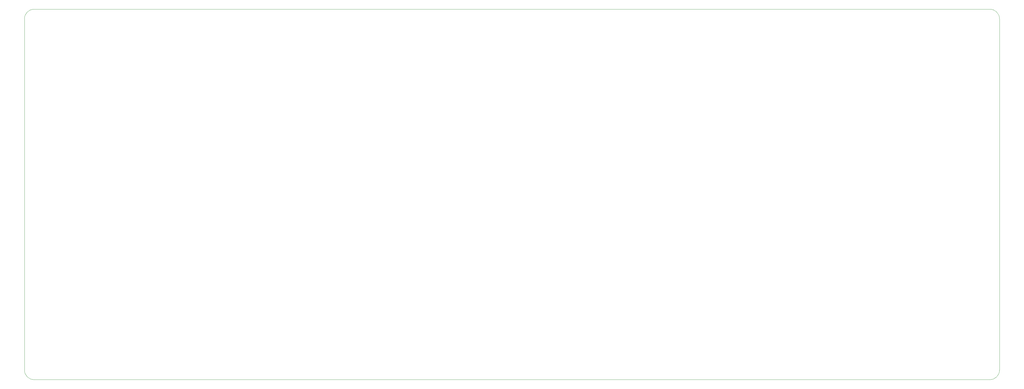
<source format=gbr>
G04 #@! TF.GenerationSoftware,KiCad,Pcbnew,(5.1.6)-1*
G04 #@! TF.CreationDate,2022-07-30T11:43:32-05:00*
G04 #@! TF.ProjectId,pinstripe_bottom,70696e73-7472-4697-9065-5f626f74746f,rev?*
G04 #@! TF.SameCoordinates,Original*
G04 #@! TF.FileFunction,Profile,NP*
%FSLAX46Y46*%
G04 Gerber Fmt 4.6, Leading zero omitted, Abs format (unit mm)*
G04 Created by KiCad (PCBNEW (5.1.6)-1) date 2022-07-30 11:43:32*
%MOMM*%
%LPD*%
G01*
G04 APERTURE LIST*
G04 #@! TA.AperFunction,Profile*
%ADD10C,0.050000*%
G04 #@! TD*
G04 APERTURE END LIST*
D10*
X355600000Y-123825000D02*
G75*
G02*
X358775000Y-127000000I0J-3175000D01*
G01*
X34925000Y-127000000D02*
G75*
G02*
X38100000Y-123825000I3175000J0D01*
G01*
X358775000Y-243681250D02*
G75*
G02*
X355600000Y-246856250I-3175000J0D01*
G01*
X355600000Y-123825000D02*
X38100000Y-123825000D01*
X358775000Y-243681250D02*
X358775000Y-127000000D01*
X38100000Y-246856250D02*
X355600000Y-246856250D01*
X34925000Y-243681250D02*
X34925000Y-127000000D01*
X38100000Y-246856250D02*
G75*
G02*
X34925000Y-243681250I0J3175000D01*
G01*
M02*

</source>
